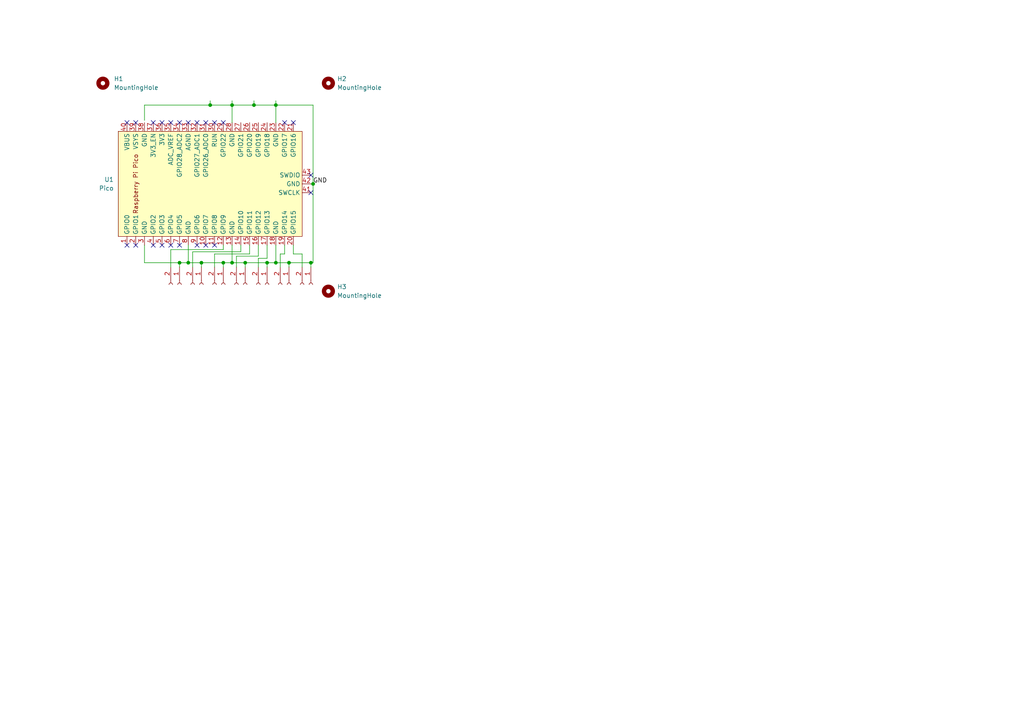
<source format=kicad_sch>
(kicad_sch (version 20230121) (generator eeschema)
  (paper "A4")
  (lib_symbols
    (symbol "Connector:Conn_01x02_Socket" (pin_names (offset 1.016) hide)
      (property "Reference" "J" (at 0 2.54 0))
      (property "Value" "Conn_01x02_Socket" (at 0 -5.08 0))
      (symbol "Conn_01x02_Socket_1_1"
        (arc (start 0 -2.032) (mid -0.5058 -2.54) (end 0 -3.048) (stroke (width 0.1524)))
        (polyline (pts (xy -1.27 -2.54) (xy -0.508 -2.54)) (stroke (width 0.1524)))
        (polyline (pts (xy -1.27 0) (xy -0.508 0)) (stroke (width 0.1524)))
        (arc (start 0 0.508) (mid -0.5058 0) (end 0 -0.508) (stroke (width 0.1524)))
        (pin passive line (at -5.08 0 0) (length 3.81) (name "Pin_1") (number "1"))
        (pin passive line (at -5.08 -2.54 0) (length 3.81) (name "Pin_2") (number "2"))
      )
    )
    (symbol "MCU_RaspberryPi_and_Boards:Pico"
      (property "Reference" "U" (at -13.97 27.94 0))
      (property "Value" "Pico" (at 0 19.05 0))
      (symbol "Pico_0_0"
        (text "Raspberry Pi Pico" (at 0 21.59 0) (effects (font (size 1.27 1.27))))
      )
      (symbol "Pico_0_1"
        (rectangle (start -15.24 26.67) (end 15.24 -26.67) (fill (type background)))
      )
      (symbol "Pico_1_1"
        (pin bidirectional line (at -17.78 24.13 0) (length 2.54) (name "GPIO0") (number "1"))
        (pin bidirectional line (at -17.78 1.27 0) (length 2.54) (name "GPIO7") (number "10"))
        (pin bidirectional line (at -17.78 -1.27 0) (length 2.54) (name "GPIO8") (number "11"))
        (pin bidirectional line (at -17.78 -3.81 0) (length 2.54) (name "GPIO9") (number "12"))
        (pin power_in line (at -17.78 -6.35 0) (length 2.54) (name "GND") (number "13"))
        (pin bidirectional line (at -17.78 -8.89 0) (length 2.54) (name "GPIO10") (number "14"))
        (pin bidirectional line (at -17.78 -11.43 0) (length 2.54) (name "GPIO11") (number "15"))
        (pin bidirectional line (at -17.78 -13.97 0) (length 2.54) (name "GPIO12") (number "16"))
        (pin bidirectional line (at -17.78 -16.51 0) (length 2.54) (name "GPIO13") (number "17"))
        (pin power_in line (at -17.78 -19.05 0) (length 2.54) (name "GND") (number "18"))
        (pin bidirectional line (at -17.78 -21.59 0) (length 2.54) (name "GPIO14") (number "19"))
        (pin bidirectional line (at -17.78 21.59 0) (length 2.54) (name "GPIO1") (number "2"))
        (pin bidirectional line (at -17.78 -24.13 0) (length 2.54) (name "GPIO15") (number "20"))
        (pin bidirectional line (at 17.78 -24.13 180) (length 2.54) (name "GPIO16") (number "21"))
        (pin bidirectional line (at 17.78 -21.59 180) (length 2.54) (name "GPIO17") (number "22"))
        (pin power_in line (at 17.78 -19.05 180) (length 2.54) (name "GND") (number "23"))
        (pin bidirectional line (at 17.78 -16.51 180) (length 2.54) (name "GPIO18") (number "24"))
        (pin bidirectional line (at 17.78 -13.97 180) (length 2.54) (name "GPIO19") (number "25"))
        (pin bidirectional line (at 17.78 -11.43 180) (length 2.54) (name "GPIO20") (number "26"))
        (pin bidirectional line (at 17.78 -8.89 180) (length 2.54) (name "GPIO21") (number "27"))
        (pin power_in line (at 17.78 -6.35 180) (length 2.54) (name "GND") (number "28"))
        (pin bidirectional line (at 17.78 -3.81 180) (length 2.54) (name "GPIO22") (number "29"))
        (pin power_in line (at -17.78 19.05 0) (length 2.54) (name "GND") (number "3"))
        (pin input line (at 17.78 -1.27 180) (length 2.54) (name "RUN") (number "30"))
        (pin bidirectional line (at 17.78 1.27 180) (length 2.54) (name "GPIO26_ADC0") (number "31"))
        (pin bidirectional line (at 17.78 3.81 180) (length 2.54) (name "GPIO27_ADC1") (number "32"))
        (pin power_in line (at 17.78 6.35 180) (length 2.54) (name "AGND") (number "33"))
        (pin bidirectional line (at 17.78 8.89 180) (length 2.54) (name "GPIO28_ADC2") (number "34"))
        (pin power_in line (at 17.78 11.43 180) (length 2.54) (name "ADC_VREF") (number "35"))
        (pin power_in line (at 17.78 13.97 180) (length 2.54) (name "3V3") (number "36"))
        (pin input line (at 17.78 16.51 180) (length 2.54) (name "3V3_EN") (number "37"))
        (pin bidirectional line (at 17.78 19.05 180) (length 2.54) (name "GND") (number "38"))
        (pin power_in line (at 17.78 21.59 180) (length 2.54) (name "VSYS") (number "39"))
        (pin bidirectional line (at -17.78 16.51 0) (length 2.54) (name "GPIO2") (number "4"))
        (pin power_in line (at 17.78 24.13 180) (length 2.54) (name "VBUS") (number "40"))
        (pin input line (at -2.54 -29.21 90) (length 2.54) (name "SWCLK") (number "41"))
        (pin power_in line (at 0 -29.21 90) (length 2.54) (name "GND") (number "42"))
        (pin bidirectional line (at 2.54 -29.21 90) (length 2.54) (name "SWDIO") (number "43"))
        (pin bidirectional line (at -17.78 13.97 0) (length 2.54) (name "GPIO3") (number "5"))
        (pin bidirectional line (at -17.78 11.43 0) (length 2.54) (name "GPIO4") (number "6"))
        (pin bidirectional line (at -17.78 8.89 0) (length 2.54) (name "GPIO5") (number "7"))
        (pin power_in line (at -17.78 6.35 0) (length 2.54) (name "GND") (number "8"))
        (pin bidirectional line (at -17.78 3.81 0) (length 2.54) (name "GPIO6") (number "9"))
      )
    )
    (symbol "Mechanical:MountingHole" (pin_names (offset 1.016))
      (property "Reference" "H" (at 0 5.08 0))
      (property "Value" "MountingHole" (at 0 3.175 0))
      (symbol "MountingHole_0_1"
        (circle (center 0 0) (radius 1.27) (stroke (width 1.27)))
      )
    )
  )
  (junction (at 80.01 30.48))
  (junction (at 67.31 76.2))
  (junction (at 64.77 76.2))
  (junction (at 52.07 76.2))
  (junction (at 80.01 76.2))
  (junction (at 58.42 76.2))
  (junction (at 54.61 76.2))
  (junction (at 67.31 30.48))
  (junction (at 60.96 30.48))
  (junction (at 90.17 76.2))
  (junction (at 73.66 30.48))
  (junction (at 77.47 76.2))
  (junction (at 71.12 76.2))
  (junction (at 83.82 76.2))
  (junction (at 90.805 53.34))
  (no_connect (at 90.17 50.8))
  (no_connect (at 59.69 71.12))
  (no_connect (at 39.37 71.12))
  (no_connect (at 52.07 71.12))
  (no_connect (at 57.15 35.56))
  (no_connect (at 62.23 35.56))
  (no_connect (at 59.69 35.56))
  (no_connect (at 54.61 35.56))
  (no_connect (at 49.53 71.12))
  (no_connect (at 57.15 71.12))
  (no_connect (at 39.37 35.56))
  (no_connect (at 82.55 35.56))
  (no_connect (at 85.09 35.56))
  (no_connect (at 46.99 71.12))
  (no_connect (at 49.53 35.56))
  (no_connect (at 44.45 71.12))
  (no_connect (at 44.45 35.56))
  (no_connect (at 62.23 71.12))
  (no_connect (at 52.07 35.56))
  (no_connect (at 64.77 35.56))
  (no_connect (at 36.83 35.56))
  (no_connect (at 90.17 55.88))
  (no_connect (at 46.99 35.56))
  (no_connect (at 36.83 71.12))
  (wire (pts (xy 62.23 73.66) (xy 72.39 73.66)))
  (wire (pts (xy 67.31 30.48) (xy 60.96 30.48)))
  (wire (pts (xy 81.28 77.47) (xy 81.28 73.66)))
  (wire (pts (xy 69.85 73.025) (xy 69.85 71.12)))
  (wire (pts (xy 90.805 30.48) (xy 90.805 53.34)))
  (wire (pts (xy 49.53 77.47) (xy 49.53 72.39)))
  (wire (pts (xy 77.47 76.2) (xy 77.47 77.47)))
  (wire (pts (xy 54.61 76.2) (xy 58.42 76.2)))
  (wire (pts (xy 64.77 76.2) (xy 67.31 76.2)))
  (wire (pts (xy 54.61 71.12) (xy 54.61 76.2)))
  (wire (pts (xy 60.96 30.48) (xy 60.96 29.21)))
  (wire (pts (xy 68.58 74.295) (xy 74.93 74.295)))
  (wire (pts (xy 85.09 73.66) (xy 85.09 71.12)))
  (wire (pts (xy 41.91 30.48) (xy 60.96 30.48)))
  (wire (pts (xy 82.55 71.12) (xy 82.55 73.66)))
  (wire (pts (xy 87.63 77.47) (xy 87.63 73.66)))
  (wire (pts (xy 72.39 73.66) (xy 72.39 71.12)))
  (wire (pts (xy 64.77 76.2) (xy 64.77 77.47)))
  (wire (pts (xy 80.01 29.21) (xy 80.01 30.48)))
  (wire (pts (xy 67.31 71.12) (xy 67.31 76.2)))
  (wire (pts (xy 90.17 76.2) (xy 90.17 77.47)))
  (wire (pts (xy 64.77 72.39) (xy 64.77 71.12)))
  (wire (pts (xy 67.31 35.56) (xy 67.31 30.48)))
  (wire (pts (xy 62.23 77.47) (xy 62.23 73.66)))
  (wire (pts (xy 55.88 73.025) (xy 69.85 73.025)))
  (wire (pts (xy 83.82 76.2) (xy 80.01 76.2)))
  (wire (pts (xy 58.42 76.2) (xy 58.42 77.47)))
  (wire (pts (xy 90.17 53.34) (xy 90.805 53.34)))
  (wire (pts (xy 74.93 74.295) (xy 74.93 71.12)))
  (wire (pts (xy 80.01 35.56) (xy 80.01 30.48)))
  (wire (pts (xy 80.01 71.12) (xy 80.01 76.2)))
  (wire (pts (xy 41.91 76.2) (xy 52.07 76.2)))
  (wire (pts (xy 87.63 73.66) (xy 85.09 73.66)))
  (wire (pts (xy 73.66 30.48) (xy 67.31 30.48)))
  (wire (pts (xy 55.88 77.47) (xy 55.88 73.025)))
  (wire (pts (xy 73.66 30.48) (xy 80.01 30.48)))
  (wire (pts (xy 80.01 30.48) (xy 90.805 30.48)))
  (wire (pts (xy 52.07 76.2) (xy 54.61 76.2)))
  (wire (pts (xy 49.53 72.39) (xy 64.77 72.39)))
  (wire (pts (xy 83.82 76.2) (xy 83.82 77.47)))
  (wire (pts (xy 77.47 74.93) (xy 77.47 71.12)))
  (wire (pts (xy 41.91 71.12) (xy 41.91 76.2)))
  (wire (pts (xy 58.42 76.2) (xy 64.77 76.2)))
  (wire (pts (xy 90.805 53.34) (xy 90.805 76.2)))
  (wire (pts (xy 68.58 77.47) (xy 68.58 74.295)))
  (wire (pts (xy 74.93 77.47) (xy 74.93 74.93)))
  (wire (pts (xy 67.31 30.48) (xy 67.31 29.21)))
  (wire (pts (xy 73.66 30.48) (xy 73.66 29.21)))
  (wire (pts (xy 83.82 76.2) (xy 90.17 76.2)))
  (wire (pts (xy 71.12 76.2) (xy 77.47 76.2)))
  (wire (pts (xy 90.17 76.2) (xy 90.805 76.2)))
  (wire (pts (xy 41.91 34.925) (xy 41.91 30.48)))
  (wire (pts (xy 74.93 74.93) (xy 77.47 74.93)))
  (wire (pts (xy 81.28 73.66) (xy 82.55 73.66)))
  (wire (pts (xy 67.31 76.2) (xy 71.12 76.2)))
  (wire (pts (xy 52.07 76.2) (xy 52.07 77.47)))
  (wire (pts (xy 71.12 76.2) (xy 71.12 77.47)))
  (wire (pts (xy 77.47 76.2) (xy 80.01 76.2)))
  (label "GND" (at 90.805 53.34 0))
  (symbol (lib_id "Connector:Conn_01x02_Socket") (at 83.82 82.55 270) (unit 1)
    (property "Reference" "J6" (effects hide))
    (property "Value" "Conn_01x02_Socket" (effects hide))
    (property "Footprint" "Connector_JST:JST_PH_S2B-PH-K_1x02_P2.00mm_Horizontal" (effects hide))
  )
  (symbol (lib_id "Connector:Conn_01x02_Socket") (at 90.17 82.55 270) (unit 1)
    (property "Reference" "J7" (effects hide))
    (property "Value" "Conn_01x02_Socket" (effects hide))
    (property "Footprint" "Connector_JST:JST_PH_S2B-PH-K_1x02_P2.00mm_Horizontal" (effects hide))
  )
  (symbol (lib_id "Mechanical:MountingHole") (at 95.25 24.13 0) (unit 1)
    (property "Reference" "H2" (at 97.79 22.86 0) (effects (justify left)))
    (property "Value" "MountingHole" (at 97.79 25.4 0) (effects (justify left)))
    (property "Footprint" "MountingHole:MountingHole_2.7mm_M2.5_DIN965" (effects hide))
  )
  (symbol (lib_id "Mechanical:MountingHole") (at 29.845 24.13 0) (unit 1)
    (property "Reference" "H1" (at 33.02 22.86 0) (effects (justify left)))
    (property "Value" "MountingHole" (at 33.02 25.4 0) (effects (justify left)))
    (property "Footprint" "MountingHole:MountingHole_2.7mm_M2.5_DIN965" (effects hide))
  )
  (symbol (lib_id "MCU_RaspberryPi_and_Boards:Pico") (at 60.96 53.34 90) (unit 1)
    (property "Reference" "U1" (at 33.02 52.07 90) (effects (justify left)))
    (property "Value" "Pico" (at 33.02 54.61 90) (effects (justify left)))
    (property "Footprint" "MCU_RaspberryPi_and_Boards:RPi_Pico_SMD_TH" (effects hide))
    (property "Datasheet" "https://datasheets.raspberrypi.com/pico/pico-datasheet.pdf" (effects hide))
  )
  (symbol (lib_id "Connector:Conn_01x02_Socket") (at 77.47 82.55 270) (unit 1)
    (property "Reference" "J5" (effects hide))
    (property "Value" "Conn_01x02_Socket" (effects hide))
    (property "Footprint" "Connector_JST:JST_PH_S2B-PH-K_1x02_P2.00mm_Horizontal" (effects hide))
  )
  (symbol (lib_id "Connector:Conn_01x02_Socket") (at 52.07 82.55 270) (unit 1)
    (property "Reference" "J1" (effects hide))
    (property "Value" "Conn_01x02_Socket" (effects hide))
    (property "Footprint" "Connector_JST:JST_PH_S2B-PH-K_1x02_P2.00mm_Horizontal" (effects hide))
  )
  (symbol (lib_id "Connector:Conn_01x02_Socket") (at 71.12 82.55 270) (unit 1)
    (property "Reference" "J4" (effects hide))
    (property "Value" "Conn_01x02_Socket" (effects hide))
    (property "Footprint" "Connector_JST:JST_PH_S2B-PH-K_1x02_P2.00mm_Horizontal" (effects hide))
  )
  (symbol (lib_id "Mechanical:MountingHole") (at 95.25 84.455 0) (unit 1)
    (property "Reference" "H3" (at 97.79 83.185 0) (effects (justify left)))
    (property "Value" "MountingHole" (at 97.79 85.725 0) (effects (justify left)))
    (property "Footprint" "MountingHole:MountingHole_2.7mm_M2.5_DIN965" (effects hide))
  )
  (symbol (lib_id "Connector:Conn_01x02_Socket") (at 58.42 82.55 270) (unit 1)
    (property "Reference" "J2" (effects hide))
    (property "Value" "Conn_01x02_Socket" (effects hide))
    (property "Footprint" "Connector_JST:JST_PH_S2B-PH-K_1x02_P2.00mm_Horizontal" (effects hide))
  )
  (symbol (lib_id "Connector:Conn_01x02_Socket") (at 64.77 82.55 270) (unit 1)
    (property "Reference" "J3" (effects hide))
    (property "Value" "Conn_01x02_Socket" (effects hide))
    (property "Footprint" "Connector_JST:JST_PH_S2B-PH-K_1x02_P2.00mm_Horizontal" (effects hide))
  )
)
</source>
